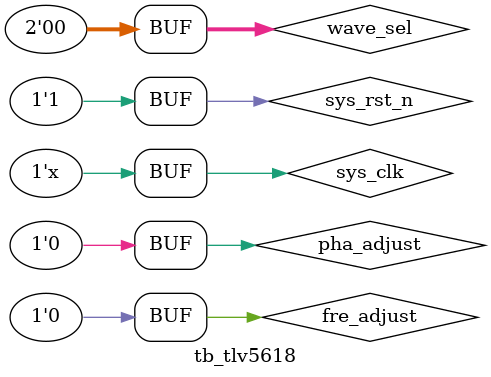
<source format=v>
`timescale 1ns/1ns
module tb_tlv5618();

reg sys_clk;
reg sys_rst_n;
reg [1:0]wave_sel;
reg fre_adjust  ;
reg pha_adjust  ;
initial 
	begin 
		sys_clk<=1'b1;
		sys_rst_n<=1'b0;
		wave_sel<=2'b00;
		fre_adjust<=1'b0;
		pha_adjust<=1'b0;
		#200
		sys_rst_n<=1'b1;		
	//频率步进测试	
		wave_sel<=2'b00;	
		//fre_adjust<=1'b1;
		//pha_adjust<=1'b1;
		// fre_adjust<=1'b0;
		//pha_adjust<=1'b0;
		#2000000;
		//// fre_adjust<=1'b1;
		//pha_adjust<=1'b1;
		//#10
		//// fre_adjust<=1'b0;
		//pha_adjust<=1'b0;
		//#2000000;
		//// fre_adjust<=1'b1;
		//pha_adjust<=1'b1;
		//#10
		//// fre_adjust<=1'b0;
		//pha_adjust<=1'b0;
		//#2000000;
		//// fre_adjust<=1'b1;
		//pha_adjust<=1'b1;
		//#10
		//// fre_adjust<=1'b0;
		//pha_adjust<=1'b0;
		//#2000000;
		//// fre_adjust<=1'b1;
		//pha_adjust<=1'b1;
		//#10
		//// fre_adjust<=1'b0;
		//pha_adjust<=1'b0;
		//#2000000;
		//// fre_adjust<=1'b1;
		//pha_adjust<=1'b1;
		//#10
		//// fre_adjust<=1'b0;
		//pha_adjust<=1'b0;
		//#2000000;
		//// fre_adjust<=1'b1;
		//pha_adjust<=1'b1;
		//#10
		//// fre_adjust<=1'b0;
		//pha_adjust<=1'b0;
		//#2000000;
		//// fre_adjust<=1'b1;
		//pha_adjust<=1'b1;
		//#10
		//// fre_adjust<=1'b1;
		//pha_adjust<=1'b1;
		//#2000000;
		//// fre_adjust<=1'b1;
		//pha_adjust<=1'b1;
		//#10
		//// fre_adjust<=1'b1;
		//pha_adjust<=1'b1;
		//#2000000;
		//// fre_adjust<=1'b1;
		//pha_adjust<=1'b1;
		//#10
		//// fre_adjust<=1'b1;
		//pha_adjust<=1'b1;	
		wave_sel<=2'b01;
		#2000000;
		wave_sel<=2'b10;
		#2000000;
		wave_sel<=2'b11;
		#2000000;
		wave_sel<=2'b00;
	end
always #1 sys_clk= ~sys_clk;

wire start_flag;
wire [9:0]dac_data_out;





reg [15:0]parallel_dac_data;


wire  et_Done		  	;
wire  cs				;
wire  eries_dac_out	  	;
wire  ac_clk			;
wire  dac_work_status 	;

tlv5618 tlv5618_inst
(
	.sys_clk					(sys_clk	),
	.sys_rst_n					(sys_rst_n),
	.parallel_dac_data	(parallel_dac_data),	//并行数据输入端
	.start_flag					(start_flag)	,			//开始标志位
	
	.et_Done					( et_Done		 )   ,						//完成标志位							
	.cs							( cs			),	//片选
	.eries_dac_out				( eries_dac_out	 ),	//串行数据送给ADC芯片	
	.ac_clk						( ac_clk		),//工作时钟Ssys_clk	
	.dac_work_status			( dac_work_status)	//工作状态	
							
);



endmodule
</source>
